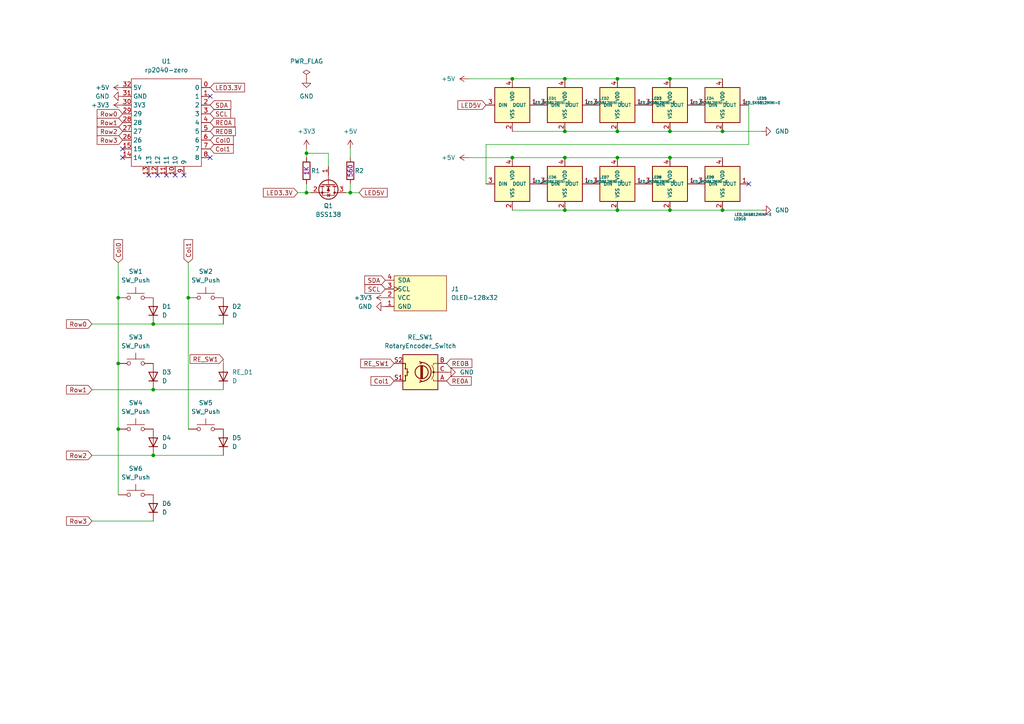
<source format=kicad_sch>
(kicad_sch (version 20230121) (generator eeschema)
  (paper "A4")
  (lib_symbols
    (symbol "Device:D" (pin_numbers hide) (pin_names (offset 1.016) hide)
      (property "Reference" "D" (at 0 2.54 0))
      (property "Value" "D" (at 0 -2.54 0))
      (symbol "D_0_1"
        (polyline (pts (xy -1.27 1.27) (xy -1.27 -1.27)) (stroke (width 0.254)))
        (polyline (pts (xy 1.27 0) (xy -1.27 0)))
        (polyline (pts (xy 1.27 1.27) (xy 1.27 -1.27) (xy -1.27 0) (xy 1.27 1.27)) (stroke (width 0.254)))
      )
      (symbol "D_1_1"
        (pin passive line (at -3.81 0 0) (length 2.54) (name "K") (number "1"))
        (pin passive line (at 3.81 0 180) (length 2.54) (name "A") (number "2"))
      )
    )
    (symbol "Device:R" (pin_numbers hide) (pin_names (offset 0))
      (property "Reference" "R" (at 2.032 0 90))
      (property "Value" "R" (at 0 0 90))
      (symbol "R_0_1"
        (rectangle (start -1.016 -2.54) (end 1.016 2.54) (stroke (width 0.254)))
      )
      (symbol "R_1_1"
        (pin passive line (at 0 3.81 270) (length 1.27) (name "~") (number "1"))
        (pin passive line (at 0 -3.81 90) (length 1.27) (name "~") (number "2"))
      )
    )
    (symbol "Device:RotaryEncoder_Switch" (pin_names (offset 0.254) hide)
      (property "Reference" "SW" (at 0 6.604 0))
      (property "Value" "RotaryEncoder_Switch" (at 0 -6.604 0))
      (symbol "RotaryEncoder_Switch_0_1"
        (rectangle (start -5.08 5.08) (end 5.08 -5.08) (stroke (width 0.254)) (fill (type background)))
        (circle (center -3.81 0) (radius 0.254) (fill (type outline)))
        (circle (center -0.381 0) (radius 1.905) (stroke (width 0.254)))
        (arc (start -0.381 2.667) (mid -3.0988 -0.0635) (end -0.381 -2.794) (stroke (width 0.254)))
        (polyline (pts (xy -0.635 -1.778) (xy -0.635 1.778)) (stroke (width 0.254)))
        (polyline (pts (xy -0.381 -1.778) (xy -0.381 1.778)) (stroke (width 0.254)))
        (polyline (pts (xy -0.127 1.778) (xy -0.127 -1.778)) (stroke (width 0.254)))
        (polyline (pts (xy 3.81 0) (xy 3.429 0)) (stroke (width 0.254)))
        (polyline (pts (xy 3.81 1.016) (xy 3.81 -1.016)) (stroke (width 0.254)))
        (polyline (pts (xy -5.08 -2.54) (xy -3.81 -2.54) (xy -3.81 -2.032)))
        (polyline (pts (xy -5.08 2.54) (xy -3.81 2.54) (xy -3.81 2.032)))
        (polyline (pts (xy 0.254 -3.048) (xy -0.508 -2.794) (xy 0.127 -2.413)) (stroke (width 0.254)))
        (polyline (pts (xy 0.254 2.921) (xy -0.508 2.667) (xy 0.127 2.286)) (stroke (width 0.254)))
        (polyline (pts (xy 5.08 -2.54) (xy 4.318 -2.54) (xy 4.318 -1.016)) (stroke (width 0.254)))
        (polyline (pts (xy 5.08 2.54) (xy 4.318 2.54) (xy 4.318 1.016)) (stroke (width 0.254)))
        (polyline (pts (xy -5.08 0) (xy -3.81 0) (xy -3.81 -1.016) (xy -3.302 -2.032)))
        (polyline (pts (xy -4.318 0) (xy -3.81 0) (xy -3.81 1.016) (xy -3.302 2.032)))
        (circle (center 4.318 -1.016) (radius 0.127) (stroke (width 0.254)))
        (circle (center 4.318 1.016) (radius 0.127) (stroke (width 0.254)))
      )
      (symbol "RotaryEncoder_Switch_1_1"
        (pin passive line (at -7.62 2.54 0) (length 2.54) (name "A") (number "A"))
        (pin passive line (at -7.62 -2.54 0) (length 2.54) (name "B") (number "B"))
        (pin passive line (at -7.62 0 0) (length 2.54) (name "C") (number "C"))
        (pin passive line (at 7.62 2.54 180) (length 2.54) (name "S1") (number "S1"))
        (pin passive line (at 7.62 -2.54 180) (length 2.54) (name "S2") (number "S2"))
      )
    )
    (symbol "Salicylic_kbd:LED_SK6812MINI-E" (pin_names (offset 1.016))
      (property "Reference" "LED" (at 5.08 -10.16 0))
      (property "Value" "LED_SK6812MINI-E" (at 8.89 -8.89 0))
      (symbol "LED_SK6812MINI-E_0_1"
        (rectangle (start -5.08 5.08) (end 5.08 -5.08) (stroke (width 0.254)) (fill (type background)))
      )
      (symbol "LED_SK6812MINI-E_1_1"
        (pin output line (at 7.62 0 180) (length 2.54) (name "DOUT") (number "1"))
        (pin power_in line (at 0 -7.62 90) (length 2.54) (name "VSS") (number "2"))
        (pin input line (at -7.62 0 0) (length 2.54) (name "DIN") (number "3"))
        (pin power_in line (at 0 7.62 270) (length 2.54) (name "VDD") (number "4"))
      )
    )
    (symbol "Switch:SW_Push" (pin_numbers hide) (pin_names (offset 1.016) hide)
      (property "Reference" "SW" (at 1.27 2.54 0))
      (property "Value" "SW_Push" (at 0 -1.524 0))
      (symbol "SW_Push_0_1"
        (circle (center -2.032 0) (radius 0.508))
        (polyline (pts (xy 0 1.27) (xy 0 3.048)))
        (polyline (pts (xy 2.54 1.27) (xy -2.54 1.27)))
        (circle (center 2.032 0) (radius 0.508))
        (pin passive line (at -5.08 0 0) (length 2.54) (name "1") (number "1"))
        (pin passive line (at 5.08 0 180) (length 2.54) (name "2") (number "2"))
      )
    )
    (symbol "Transistor_FET:BSS138" (pin_names hide)
      (property "Reference" "Q" (at 5.08 1.905 0))
      (property "Value" "BSS138" (at 5.08 0 0))
      (symbol "BSS138_0_1"
        (polyline (pts (xy 0.254 0) (xy -2.54 0)))
        (polyline (pts (xy 0.254 1.905) (xy 0.254 -1.905)) (stroke (width 0.254)))
        (polyline (pts (xy 0.762 -1.27) (xy 0.762 -2.286)) (stroke (width 0.254)))
        (polyline (pts (xy 0.762 0.508) (xy 0.762 -0.508)) (stroke (width 0.254)))
        (polyline (pts (xy 0.762 2.286) (xy 0.762 1.27)) (stroke (width 0.254)))
        (polyline (pts (xy 2.54 2.54) (xy 2.54 1.778)))
        (polyline (pts (xy 2.54 -2.54) (xy 2.54 0) (xy 0.762 0)))
        (polyline (pts (xy 0.762 -1.778) (xy 3.302 -1.778) (xy 3.302 1.778) (xy 0.762 1.778)))
        (polyline (pts (xy 1.016 0) (xy 2.032 0.381) (xy 2.032 -0.381) (xy 1.016 0)) (fill (type outline)))
        (polyline (pts (xy 2.794 0.508) (xy 2.921 0.381) (xy 3.683 0.381) (xy 3.81 0.254)))
        (polyline (pts (xy 3.302 0.381) (xy 2.921 -0.254) (xy 3.683 -0.254) (xy 3.302 0.381)))
        (circle (center 1.651 0) (radius 2.794) (stroke (width 0.254)))
        (circle (center 2.54 -1.778) (radius 0.254) (fill (type outline)))
        (circle (center 2.54 1.778) (radius 0.254) (fill (type outline)))
      )
      (symbol "BSS138_1_1"
        (pin input line (at -5.08 0 0) (length 2.54) (name "G") (number "1"))
        (pin passive line (at 2.54 -5.08 90) (length 2.54) (name "S") (number "2"))
        (pin passive line (at 2.54 5.08 270) (length 2.54) (name "D") (number "3"))
      )
    )
    (symbol "display:OLED-128x32" (pin_names (offset 1.016))
      (property "Reference" "J" (at 0 -6.35 0))
      (property "Value" "OLED-128x32" (at 0 6.35 0))
      (symbol "OLED-128x32_0_1"
        (rectangle (start 0 5.08) (end 15.24 -5.08) (fill (type background)))
      )
      (symbol "OLED-128x32_1_1"
        (pin power_in line (at -2.54 -3.81 0) (length 2.54) (name "GND") (number "1"))
        (pin power_in line (at -2.54 -1.27 0) (length 2.54) (name "VCC") (number "2"))
        (pin input clock (at -2.54 1.27 0) (length 2.54) (name "SCL") (number "3"))
        (pin bidirectional line (at -2.54 3.81 0) (length 2.54) (name "SDA") (number "4"))
      )
    )
    (symbol "isw-mcu:RP2040-Zero"
      (property "Reference" "U" (at 0 17.78 0))
      (property "Value" "RP2040-Zero" (at 0 15.24 0))
      (symbol "RP2040-Zero_0_1"
        (rectangle (start -10.16 12.7) (end 10.16 -12.7))
      )
      (symbol "RP2040-Zero_1_1"
        (pin tri_state line (at 12.7 10.16 180) (length 2.54) (name "0") (number "0"))
        (pin bidirectional line (at 12.7 7.62 180) (length 2.54) (name "1") (number "1"))
        (pin bidirectional line (at 2.54 -15.24 90) (length 2.54) (name "10") (number "10"))
        (pin bidirectional line (at 0 -15.24 90) (length 2.54) (name "11") (number "11"))
        (pin bidirectional line (at -2.54 -15.24 90) (length 2.54) (name "12") (number "12"))
        (pin bidirectional line (at -5.08 -15.24 90) (length 2.54) (name "13") (number "13"))
        (pin bidirectional line (at -12.7 -10.16 0) (length 2.54) (name "14") (number "14"))
        (pin bidirectional line (at -12.7 -7.62 0) (length 2.54) (name "15") (number "15"))
        (pin bidirectional line (at 12.7 5.08 180) (length 2.54) (name "2") (number "2"))
        (pin bidirectional line (at -12.7 -5.08 0) (length 2.54) (name "26") (number "26"))
        (pin bidirectional line (at -12.7 -2.54 0) (length 2.54) (name "27") (number "27"))
        (pin bidirectional line (at -12.7 0 0) (length 2.54) (name "28") (number "28"))
        (pin bidirectional line (at -12.7 2.54 0) (length 2.54) (name "29") (number "29"))
        (pin bidirectional line (at 12.7 2.54 180) (length 2.54) (name "3") (number "3"))
        (pin power_out line (at -12.7 5.08 0) (length 2.54) (name "3V3") (number "30"))
        (pin power_in line (at -12.7 7.62 0) (length 2.54) (name "GND") (number "31"))
        (pin power_out line (at -12.7 10.16 0) (length 2.54) (name "5V") (number "32"))
        (pin bidirectional line (at 12.7 0 180) (length 2.54) (name "4") (number "4"))
        (pin bidirectional line (at 12.7 -2.54 180) (length 2.54) (name "5") (number "5"))
        (pin bidirectional line (at 12.7 -5.08 180) (length 2.54) (name "6") (number "6"))
        (pin bidirectional line (at 12.7 -7.62 180) (length 2.54) (name "7") (number "7"))
        (pin bidirectional line (at 12.7 -10.16 180) (length 2.54) (name "8") (number "8"))
        (pin bidirectional line (at 5.08 -15.24 90) (length 2.54) (name "9") (number "9"))
      )
    )
    (symbol "power:+3V3" (power) (pin_names (offset 0))
      (property "Value" "+3V3" (at 0 3.556 0))
      (symbol "+3V3_0_1"
        (polyline (pts (xy -0.762 1.27) (xy 0 2.54)))
        (polyline (pts (xy 0 0) (xy 0 2.54)))
        (polyline (pts (xy 0 2.54) (xy 0.762 1.27)))
      )
      (symbol "+3V3_1_1"
        (pin power_in line (at 0 0 90) (length 0) hide (name "+3V3") (number "1"))
      )
    )
    (symbol "power:+5V" (power) (pin_names (offset 0))
      (property "Value" "+5V" (at 0 3.556 0))
      (symbol "+5V_0_1"
        (polyline (pts (xy -0.762 1.27) (xy 0 2.54)))
        (polyline (pts (xy 0 0) (xy 0 2.54)))
        (polyline (pts (xy 0 2.54) (xy 0.762 1.27)))
      )
      (symbol "+5V_1_1"
        (pin power_in line (at 0 0 90) (length 0) hide (name "+5V") (number "1"))
      )
    )
    (symbol "power:GND" (power) (pin_names (offset 0))
      (property "Value" "GND" (at 0 -3.81 0))
      (symbol "GND_0_1"
        (polyline (pts (xy 0 0) (xy 0 -1.27) (xy 1.27 -1.27) (xy 0 -2.54) (xy -1.27 -1.27) (xy 0 -1.27)))
      )
      (symbol "GND_1_1"
        (pin power_in line (at 0 0 270) (length 0) hide (name "GND") (number "1"))
      )
    )
    (symbol "power:PWR_FLAG" (power) (pin_numbers hide) (pin_names (offset 0) hide)
      (property "Value" "PWR_FLAG" (at 0 3.81 0))
      (symbol "PWR_FLAG_0_0"
        (pin power_out line (at 0 0 90) (length 0) (name "pwr") (number "1"))
      )
      (symbol "PWR_FLAG_0_1"
        (polyline (pts (xy 0 0) (xy 0 1.27) (xy -1.016 1.905) (xy 0 2.54) (xy 1.016 1.905) (xy 0 1.27)))
      )
    )
  )
  (junction (at 179.07 22.86))
  (junction (at 209.55 60.96))
  (junction (at 194.31 60.96))
  (junction (at 148.59 22.86))
  (junction (at 194.31 22.86))
  (junction (at 148.59 45.72))
  (junction (at 34.29 86.36))
  (junction (at 101.6 55.88))
  (junction (at 54.61 86.36))
  (junction (at 194.31 38.1))
  (junction (at 88.9 55.88))
  (junction (at 163.83 38.1))
  (junction (at 179.07 38.1))
  (junction (at 194.31 45.72))
  (junction (at 209.55 38.1))
  (junction (at 34.29 105.41))
  (junction (at 179.07 60.96))
  (junction (at 179.07 45.72))
  (junction (at 163.83 22.86))
  (junction (at 44.45 113.03))
  (junction (at 44.45 132.08))
  (junction (at 163.83 45.72))
  (junction (at 44.45 93.98))
  (junction (at 88.9 44.45))
  (junction (at 163.83 60.96))
  (junction (at 34.29 124.46))
  (no_connect (at 35.56 45.72))
  (no_connect (at 53.34 50.8))
  (no_connect (at 60.96 27.94))
  (no_connect (at 60.96 45.72))
  (no_connect (at 217.17 53.34))
  (no_connect (at 48.26 50.8))
  (no_connect (at 50.8 50.8))
  (no_connect (at 35.56 43.18))
  (no_connect (at 45.72 50.8))
  (no_connect (at 43.18 50.8))
  (wire (pts (xy 135.89 22.86) (xy 148.59 22.86)))
  (wire (pts (xy 26.67 93.98) (xy 44.45 93.98)))
  (wire (pts (xy 148.59 60.96) (xy 163.83 60.96)))
  (wire (pts (xy 26.67 132.08) (xy 44.45 132.08)))
  (wire (pts (xy 217.17 41.91) (xy 140.97 41.91)))
  (wire (pts (xy 44.45 93.98) (xy 64.77 93.98)))
  (wire (pts (xy 64.77 104.14) (xy 64.77 105.41)))
  (wire (pts (xy 26.67 151.13) (xy 44.45 151.13)))
  (wire (pts (xy 148.59 22.86) (xy 163.83 22.86)))
  (wire (pts (xy 148.59 45.72) (xy 163.83 45.72)))
  (wire (pts (xy 54.61 86.36) (xy 54.61 124.46)))
  (wire (pts (xy 95.25 44.45) (xy 88.9 44.45)))
  (wire (pts (xy 194.31 38.1) (xy 209.55 38.1)))
  (wire (pts (xy 179.07 22.86) (xy 194.31 22.86)))
  (wire (pts (xy 163.83 22.86) (xy 179.07 22.86)))
  (wire (pts (xy 95.25 48.26) (xy 95.25 44.45)))
  (wire (pts (xy 88.9 53.34) (xy 88.9 55.88)))
  (wire (pts (xy 88.9 55.88) (xy 90.17 55.88)))
  (wire (pts (xy 34.29 105.41) (xy 34.29 124.46)))
  (wire (pts (xy 100.33 55.88) (xy 101.6 55.88)))
  (wire (pts (xy 101.6 53.34) (xy 101.6 55.88)))
  (wire (pts (xy 140.97 41.91) (xy 140.97 53.34)))
  (wire (pts (xy 194.31 60.96) (xy 209.55 60.96)))
  (wire (pts (xy 86.36 55.88) (xy 88.9 55.88)))
  (wire (pts (xy 179.07 45.72) (xy 194.31 45.72)))
  (wire (pts (xy 88.9 43.18) (xy 88.9 44.45)))
  (wire (pts (xy 217.17 30.48) (xy 217.17 41.91)))
  (wire (pts (xy 163.83 45.72) (xy 179.07 45.72)))
  (wire (pts (xy 148.59 38.1) (xy 163.83 38.1)))
  (wire (pts (xy 209.55 38.1) (xy 220.98 38.1)))
  (wire (pts (xy 179.07 38.1) (xy 194.31 38.1)))
  (wire (pts (xy 163.83 38.1) (xy 179.07 38.1)))
  (wire (pts (xy 135.89 45.72) (xy 148.59 45.72)))
  (wire (pts (xy 34.29 86.36) (xy 34.29 105.41)))
  (wire (pts (xy 34.29 124.46) (xy 34.29 143.51)))
  (wire (pts (xy 88.9 44.45) (xy 88.9 45.72)))
  (wire (pts (xy 54.61 76.2) (xy 54.61 86.36)))
  (wire (pts (xy 179.07 60.96) (xy 194.31 60.96)))
  (wire (pts (xy 64.77 113.03) (xy 44.45 113.03)))
  (wire (pts (xy 101.6 55.88) (xy 104.14 55.88)))
  (wire (pts (xy 194.31 22.86) (xy 209.55 22.86)))
  (wire (pts (xy 163.83 60.96) (xy 179.07 60.96)))
  (wire (pts (xy 194.31 45.72) (xy 209.55 45.72)))
  (wire (pts (xy 101.6 43.18) (xy 101.6 45.72)))
  (wire (pts (xy 209.55 60.96) (xy 220.98 60.96)))
  (wire (pts (xy 26.67 113.03) (xy 44.45 113.03)))
  (wire (pts (xy 44.45 132.08) (xy 64.77 132.08)))
  (wire (pts (xy 34.29 76.2) (xy 34.29 86.36)))
  (global_label "Row3" (shape input) (at 35.56 40.64 180) (property "Intersheetrefs" "${INTERSHEET_REFS}" (effects hide)))
  (global_label "Col0" (shape input) (at 60.96 40.64 0) (property "Intersheetrefs" "${INTERSHEET_REFS}" (effects hide)))
  (global_label "LED5V" (shape input) (at 104.14 55.88 0) (property "Intersheetrefs" "${INTERSHEET_REFS}" (effects hide)))
  (global_label "Col1" (shape input) (at 114.3 110.49 180) (property "Intersheetrefs" "${INTERSHEET_REFS}" (effects hide)))
  (global_label "Row0" (shape input) (at 26.67 93.98 180) (property "Intersheetrefs" "${INTERSHEET_REFS}" (effects hide)))
  (global_label "Row1" (shape input) (at 35.56 35.56 180) (property "Intersheetrefs" "${INTERSHEET_REFS}" (effects hide)))
  (global_label "SCL" (shape input) (at 111.76 83.82 180) (property "Intersheetrefs" "${INTERSHEET_REFS}" (effects hide)))
  (global_label "SCL" (shape input) (at 60.96 33.02 0) (property "Intersheetrefs" "${INTERSHEET_REFS}" (effects hide)))
  (global_label "RE0A" (shape input) (at 129.54 110.49 0) (property "Intersheetrefs" "${INTERSHEET_REFS}" (effects hide)))
  (global_label "Col1" (shape input) (at 60.96 43.18 0) (property "Intersheetrefs" "${INTERSHEET_REFS}" (effects hide)))
  (global_label "RE_SW1" (shape input) (at 64.77 104.14 180) (property "Intersheetrefs" "${INTERSHEET_REFS}" (effects hide)))
  (global_label "Row2" (shape input) (at 35.56 38.1 180) (property "Intersheetrefs" "${INTERSHEET_REFS}" (effects hide)))
  (global_label "LED3.3V" (shape input) (at 60.96 25.4 0) (property "Intersheetrefs" "${INTERSHEET_REFS}" (effects hide)))
  (global_label "SDA" (shape input) (at 60.96 30.48 0) (property "Intersheetrefs" "${INTERSHEET_REFS}" (effects hide)))
  (global_label "Row3" (shape input) (at 26.67 151.13 180) (property "Intersheetrefs" "${INTERSHEET_REFS}" (effects hide)))
  (global_label "Row1" (shape input) (at 26.67 113.03 180) (property "Intersheetrefs" "${INTERSHEET_REFS}" (effects hide)))
  (global_label "Row0" (shape input) (at 35.56 33.02 180) (property "Intersheetrefs" "${INTERSHEET_REFS}" (effects hide)))
  (global_label "RE0B" (shape input) (at 129.54 105.41 0) (property "Intersheetrefs" "${INTERSHEET_REFS}" (effects hide)))
  (global_label "RE_SW1" (shape input) (at 114.3 105.41 180) (property "Intersheetrefs" "${INTERSHEET_REFS}" (effects hide)))
  (global_label "SDA" (shape input) (at 111.76 81.28 180) (property "Intersheetrefs" "${INTERSHEET_REFS}" (effects hide)))
  (global_label "LED3.3V" (shape input) (at 86.36 55.88 180) (property "Intersheetrefs" "${INTERSHEET_REFS}" (effects hide)))
  (global_label "Row2" (shape input) (at 26.67 132.08 180) (property "Intersheetrefs" "${INTERSHEET_REFS}" (effects hide)))
  (global_label "LED5V" (shape input) (at 140.97 30.48 180) (property "Intersheetrefs" "${INTERSHEET_REFS}" (effects hide)))
  (global_label "RE0A" (shape input) (at 60.96 35.56 0) (property "Intersheetrefs" "${INTERSHEET_REFS}" (effects hide)))
  (global_label "Col0" (shape input) (at 34.29 76.2 90) (property "Intersheetrefs" "${INTERSHEET_REFS}" (effects hide)))
  (global_label "RE0B" (shape input) (at 60.96 38.1 0) (property "Intersheetrefs" "${INTERSHEET_REFS}" (effects hide)))
  (global_label "Col1" (shape input) (at 54.61 76.2 90) (property "Intersheetrefs" "${INTERSHEET_REFS}" (effects hide)))
  (symbol (lib_id "Salicylic_kbd:LED_SK6812MINI-E") (at 209.55 30.48 0) (unit 1)
    (property "Reference" "LED5" (at 220.98 28.5449 0) (effects (font (size 0.7366 0.7366))))
    (property "Value" "LED_SK6812MINI-E" (at 220.98 29.8149 0) (effects (font (size 0.7366 0.7366))))
    (property "Footprint" "kbd_Parts:LED_SK6812MINI-E_UG" (effects hide))
  )
  (symbol (lib_id "isw-mcu:RP2040-Zero") (at 48.26 35.56 0) (unit 1)
    (property "Reference" "U1" (at 48.26 17.78 0))
    (property "Value" "rp2040-zero" (at 48.26 20.32 0))
    (property "Footprint" "isw-kbd:RP2040-Zero-THT" (effects hide))
  )
  (symbol (lib_id "Salicylic_kbd:LED_SK6812MINI-E") (at 163.83 30.48 0) (unit 1)
    (property "Reference" "LED2" (at 175.26 28.5449 0) (effects (font (size 0.7366 0.7366))))
    (property "Value" "LED_SK6812MINI-E" (at 175.26 29.8149 0) (effects (font (size 0.7366 0.7366))))
    (property "Footprint" "kbd_Parts:LED_SK6812MINI-E_UG" (effects hide))
  )
  (symbol (lib_id "Salicylic_kbd:LED_SK6812MINI-E") (at 194.31 53.34 0) (unit 1)
    (property "Reference" "LED9" (at 205.74 51.4049 0) (effects (font (size 0.7366 0.7366))))
    (property "Value" "LED_SK6812MINI-E" (at 205.74 52.6749 0) (effects (font (size 0.7366 0.7366))))
    (property "Footprint" "kbd_Parts:LED_SK6812MINI-E_UG" (effects hide))
  )
  (symbol (lib_id "Device:RotaryEncoder_Switch") (at 121.92 107.95 180) (unit 1)
    (property "Reference" "RE_SW1" (at 121.92 97.79 0))
    (property "Value" "RotaryEncoder_Switch" (at 121.92 100.33 0))
    (property "Footprint" "BrownSugar_KBD:RotaryEncoder_EVQWGD001" (effects hide))
  )
  (symbol (lib_id "power:+5V") (at 101.6 43.18 0) (unit 1)
    (property "Reference" "#PWR08" (effects hide))
    (property "Value" "+5V" (at 101.6 38.1 0))
  )
  (symbol (lib_id "Device:D") (at 64.77 109.22 90) (unit 1)
    (property "Reference" "RE_D1" (at 67.31 107.95 90) (effects (justify right)))
    (property "Value" "D" (at 67.31 110.49 90) (effects (justify right)))
    (property "Footprint" "kbd_Parts:Diode_SMD" (effects hide))
    (property "Sim.Device" "D" (effects hide))
    (property "Sim.Pins" "1=K 2=A" (effects hide))
  )
  (symbol (lib_id "power:GND") (at 220.98 38.1 90) (unit 1)
    (property "Reference" "#PWR06" (effects hide))
    (property "Value" "GND" (at 224.79 38.1 90) (effects (justify right)))
  )
  (symbol (lib_id "Salicylic_kbd:LED_SK6812MINI-E") (at 148.59 53.34 0) (unit 1)
    (property "Reference" "LED6" (at 160.02 51.4049 0) (effects (font (size 0.7366 0.7366))))
    (property "Value" "LED_SK6812MINI-E" (at 160.02 52.6749 0) (effects (font (size 0.7366 0.7366))))
    (property "Footprint" "kbd_Parts:LED_SK6812MINI-E_UG" (effects hide))
  )
  (symbol (lib_id "Salicylic_kbd:LED_SK6812MINI-E") (at 163.83 53.34 0) (unit 1)
    (property "Reference" "LED7" (at 175.26 51.4049 0) (effects (font (size 0.7366 0.7366))))
    (property "Value" "LED_SK6812MINI-E" (at 175.26 52.6749 0) (effects (font (size 0.7366 0.7366))))
    (property "Footprint" "kbd_Parts:LED_SK6812MINI-E_UG" (effects hide))
  )
  (symbol (lib_id "power:+3V3") (at 111.76 86.36 90) (unit 1)
    (property "Reference" "#PWR011" (effects hide))
    (property "Value" "+3V3" (at 107.95 86.36 90) (effects (justify left)))
  )
  (symbol (lib_id "Switch:SW_Push") (at 59.69 124.46 0) (unit 1)
    (property "Reference" "SW5" (at 59.69 116.84 0))
    (property "Value" "SW_Push" (at 59.69 119.38 0))
    (property "Footprint" "kbd_SW:CherryMX_Hotswap_1u" (effects hide))
  )
  (symbol (lib_id "Device:D") (at 44.45 109.22 90) (unit 1)
    (property "Reference" "D3" (at 46.99 107.95 90) (effects (justify right)))
    (property "Value" "D" (at 46.99 110.49 90) (effects (justify right)))
    (property "Footprint" "kbd_Parts:Diode_SMD" (effects hide))
    (property "Sim.Device" "D" (effects hide))
    (property "Sim.Pins" "1=K 2=A" (effects hide))
  )
  (symbol (lib_id "Salicylic_kbd:LED_SK6812MINI-E") (at 179.07 30.48 0) (unit 1)
    (property "Reference" "LED3" (at 190.5 28.5449 0) (effects (font (size 0.7366 0.7366))))
    (property "Value" "LED_SK6812MINI-E" (at 190.5 29.8149 0) (effects (font (size 0.7366 0.7366))))
    (property "Footprint" "kbd_Parts:LED_SK6812MINI-E_UG" (effects hide))
  )
  (symbol (lib_id "power:PWR_FLAG") (at 88.9 22.86 0) (unit 1)
    (property "Reference" "#FLG01" (effects hide))
    (property "Value" "PWR_FLAG" (at 88.9 17.78 0))
  )
  (symbol (lib_id "display:OLED-128x32") (at 114.3 85.09 0) (unit 1)
    (property "Reference" "J1" (at 130.81 83.82 0) (effects (justify left)))
    (property "Value" "OLED-128x32" (at 130.81 86.36 0) (effects (justify left)))
    (property "Footprint" "isw-kbd:StickPointV" (effects hide))
  )
  (symbol (lib_id "Switch:SW_Push") (at 39.37 86.36 0) (unit 1)
    (property "Reference" "SW1" (at 39.37 78.74 0))
    (property "Value" "SW_Push" (at 39.37 81.28 0))
    (property "Footprint" "kbd_SW:CherryMX_Hotswap_1u" (effects hide))
  )
  (symbol (lib_id "Device:D") (at 44.45 128.27 90) (unit 1)
    (property "Reference" "D4" (at 46.99 127 90) (effects (justify right)))
    (property "Value" "D" (at 46.99 129.54 90) (effects (justify right)))
    (property "Footprint" "kbd_Parts:Diode_SMD" (effects hide))
    (property "Sim.Device" "D" (effects hide))
    (property "Sim.Pins" "1=K 2=A" (effects hide))
  )
  (symbol (lib_id "power:+5V") (at 135.89 22.86 90) (unit 1)
    (property "Reference" "#PWR02" (effects hide))
    (property "Value" "+5V" (at 132.08 22.86 90) (effects (justify left)))
  )
  (symbol (lib_id "Device:D") (at 44.45 90.17 90) (unit 1)
    (property "Reference" "D1" (at 46.99 88.9 90) (effects (justify right)))
    (property "Value" "D" (at 46.99 91.44 90) (effects (justify right)))
    (property "Footprint" "kbd_Parts:Diode_SMD" (effects hide))
    (property "Sim.Device" "D" (effects hide))
    (property "Sim.Pins" "1=K 2=A" (effects hide))
  )
  (symbol (lib_id "Device:D") (at 64.77 128.27 90) (unit 1)
    (property "Reference" "D5" (at 67.31 127 90) (effects (justify right)))
    (property "Value" "D" (at 67.31 129.54 90) (effects (justify right)))
    (property "Footprint" "kbd_Parts:Diode_SMD" (effects hide))
    (property "Sim.Device" "D" (effects hide))
    (property "Sim.Pins" "1=K 2=A" (effects hide))
  )
  (symbol (lib_id "Device:R") (at 88.9 49.53 0) (unit 1)
    (property "Reference" "R1" (at 90.17 49.53 0) (effects (justify left)))
    (property "Value" "R" (effects hide))
    (property "Footprint" "Resistor_THT:R_Axial_DIN0207_L6.3mm_D2.5mm_P7.62mm_Horizontal" (effects hide))
    (property "Datasheet" "1K" (at 88.9 49.53 90))
  )
  (symbol (lib_id "Device:R") (at 101.6 49.53 0) (unit 1)
    (property "Reference" "R2" (at 102.87 49.53 0) (effects (justify left)))
    (property "Value" "R" (effects hide))
    (property "Footprint" "Resistor_THT:R_Axial_DIN0207_L6.3mm_D2.5mm_P7.62mm_Horizontal" (effects hide))
    (property "Datasheet" "560" (at 101.6 49.53 90))
  )
  (symbol (lib_id "power:GND") (at 220.98 60.96 90) (unit 1)
    (property "Reference" "#PWR010" (effects hide))
    (property "Value" "GND" (at 224.79 60.96 90) (effects (justify right)))
  )
  (symbol (lib_id "power:GND") (at 35.56 27.94 270) (unit 1)
    (property "Reference" "#PWR04" (effects hide))
    (property "Value" "GND" (at 31.75 27.94 90) (effects (justify right)))
  )
  (symbol (lib_id "Switch:SW_Push") (at 39.37 124.46 0) (unit 1)
    (property "Reference" "SW4" (at 39.37 116.84 0))
    (property "Value" "SW_Push" (at 39.37 119.38 0))
    (property "Footprint" "kbd_SW:CherryMX_Hotswap_1u" (effects hide))
  )
  (symbol (lib_id "Salicylic_kbd:LED_SK6812MINI-E") (at 179.07 53.34 0) (unit 1)
    (property "Reference" "LED8" (at 190.5 51.4049 0) (effects (font (size 0.7366 0.7366))))
    (property "Value" "LED_SK6812MINI-E" (at 190.5 52.6749 0) (effects (font (size 0.7366 0.7366))))
    (property "Footprint" "kbd_Parts:LED_SK6812MINI-E_UG" (effects hide))
  )
  (symbol (lib_id "power:+3V3") (at 35.56 30.48 90) (unit 1)
    (property "Reference" "#PWR05" (effects hide))
    (property "Value" "+3V3" (at 31.75 30.48 90) (effects (justify left)))
  )
  (symbol (lib_id "Switch:SW_Push") (at 39.37 143.51 0) (unit 1)
    (property "Reference" "SW6" (at 39.37 135.89 0))
    (property "Value" "SW_Push" (at 39.37 138.43 0))
    (property "Footprint" "kbd_SW:CherryMX_Hotswap_1u" (effects hide))
  )
  (symbol (lib_id "power:GND") (at 111.76 88.9 270) (unit 1)
    (property "Reference" "#PWR012" (effects hide))
    (property "Value" "GND" (at 107.95 88.9 90) (effects (justify right)))
  )
  (symbol (lib_id "power:GND") (at 129.54 107.95 90) (unit 1)
    (property "Reference" "#PWR013" (effects hide))
    (property "Value" "GND" (at 133.35 107.95 90) (effects (justify right)))
  )
  (symbol (lib_id "Transistor_FET:BSS138") (at 95.25 53.34 270) (unit 1)
    (property "Reference" "Q1" (at 95.25 59.69 90))
    (property "Value" "BSS138" (at 95.25 62.23 90))
    (property "Footprint" "Package_TO_SOT_SMD:SOT-23" (effects hide))
    (property "Datasheet" "https://www.onsemi.com/pub/Collateral/BSS138-D.PDF" (effects hide))
  )
  (symbol (lib_id "Switch:SW_Push") (at 59.69 86.36 0) (unit 1)
    (property "Reference" "SW2" (at 59.69 78.74 0))
    (property "Value" "SW_Push" (at 59.69 81.28 0))
    (property "Footprint" "kbd_SW:CherryMX_Hotswap_1u" (effects hide))
  )
  (symbol (lib_id "Salicylic_kbd:LED_SK6812MINI-E") (at 194.31 30.48 0) (unit 1)
    (property "Reference" "LED4" (at 205.74 28.5449 0) (effects (font (size 0.7366 0.7366))))
    (property "Value" "LED_SK6812MINI-E" (at 205.74 29.8149 0) (effects (font (size 0.7366 0.7366))))
    (property "Footprint" "kbd_Parts:LED_SK6812MINI-E_UG" (effects hide))
  )
  (symbol (lib_id "Switch:SW_Push") (at 39.37 105.41 0) (unit 1)
    (property "Reference" "SW3" (at 39.37 97.79 0))
    (property "Value" "SW_Push" (at 39.37 100.33 0))
    (property "Footprint" "kbd_SW:CherryMX_Hotswap_1u" (effects hide))
  )
  (symbol (lib_id "power:+5V") (at 135.89 45.72 90) (unit 1)
    (property "Reference" "#PWR09" (effects hide))
    (property "Value" "+5V" (at 132.08 45.72 90) (effects (justify left)))
  )
  (symbol (lib_id "Device:D") (at 44.45 147.32 90) (unit 1)
    (property "Reference" "D6" (at 46.99 146.05 90) (effects (justify right)))
    (property "Value" "D" (at 46.99 148.59 90) (effects (justify right)))
    (property "Footprint" "kbd_Parts:Diode_SMD" (effects hide))
    (property "Sim.Device" "D" (effects hide))
    (property "Sim.Pins" "1=K 2=A" (effects hide))
  )
  (symbol (lib_id "Salicylic_kbd:LED_SK6812MINI-E") (at 209.55 53.34 0) (unit 1)
    (property "Reference" "LED10" (at 214.63 63.5 0) (effects (font (size 0.7366 0.7366))))
    (property "Value" "LED_SK6812MINI-E" (at 218.44 62.23 0) (effects (font (size 0.7366 0.7366))))
    (property "Footprint" "kbd_Parts:LED_SK6812MINI-E_UG" (effects hide))
  )
  (symbol (lib_id "power:+5V") (at 35.56 25.4 90) (unit 1)
    (property "Reference" "#PWR03" (effects hide))
    (property "Value" "+5V" (at 31.75 25.4 90) (effects (justify left)))
  )
  (symbol (lib_id "power:GND") (at 88.9 22.86 0) (unit 1)
    (property "Reference" "#PWR01" (effects hide))
    (property "Value" "GND" (at 88.9 27.94 0))
  )
  (symbol (lib_id "Device:D") (at 64.77 90.17 90) (unit 1)
    (property "Reference" "D2" (at 67.31 88.9 90) (effects (justify right)))
    (property "Value" "D" (at 67.31 91.44 90) (effects (justify right)))
    (property "Footprint" "kbd_Parts:Diode_SMD" (effects hide))
    (property "Sim.Device" "D" (effects hide))
    (property "Sim.Pins" "1=K 2=A" (effects hide))
  )
  (symbol (lib_id "Salicylic_kbd:LED_SK6812MINI-E") (at 148.59 30.48 0) (unit 1)
    (property "Reference" "LED1" (at 160.02 28.5449 0) (effects (font (size 0.7366 0.7366))))
    (property "Value" "LED_SK6812MINI-E" (at 160.02 29.8149 0) (effects (font (size 0.7366 0.7366))))
    (property "Footprint" "kbd_Parts:LED_SK6812MINI-E_UG" (effects hide))
  )
  (symbol (lib_id "power:+3V3") (at 88.9 43.18 0) (unit 1)
    (property "Reference" "#PWR07" (effects hide))
    (property "Value" "+3V3" (at 88.9 38.1 0))
  )
)
</source>
